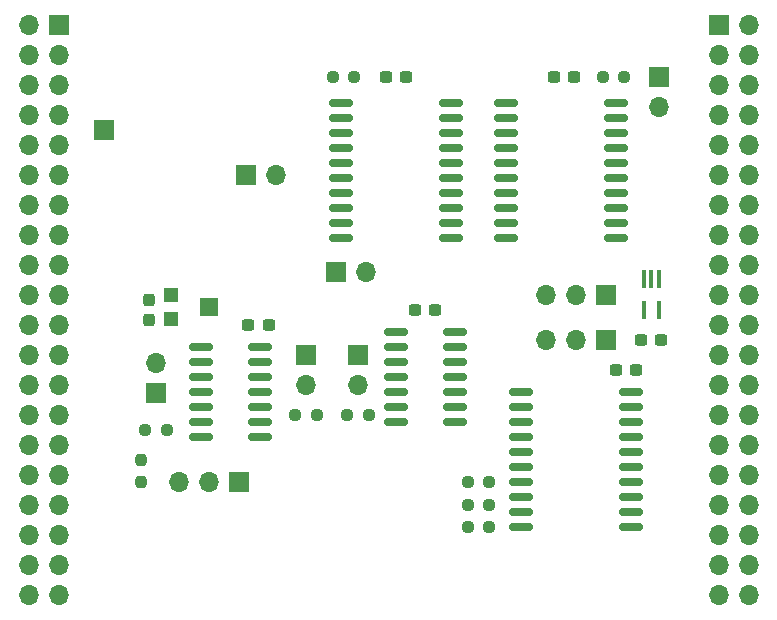
<source format=gbr>
%TF.GenerationSoftware,KiCad,Pcbnew,8.0.6-8.0.6-0~ubuntu24.04.1*%
%TF.CreationDate,2024-10-23T09:06:02-07:00*%
%TF.ProjectId,z80_sampler,7a38305f-7361-46d7-906c-65722e6b6963,1.0*%
%TF.SameCoordinates,Original*%
%TF.FileFunction,Soldermask,Top*%
%TF.FilePolarity,Negative*%
%FSLAX46Y46*%
G04 Gerber Fmt 4.6, Leading zero omitted, Abs format (unit mm)*
G04 Created by KiCad (PCBNEW 8.0.6-8.0.6-0~ubuntu24.04.1) date 2024-10-23 09:06:02*
%MOMM*%
%LPD*%
G01*
G04 APERTURE LIST*
G04 Aperture macros list*
%AMRoundRect*
0 Rectangle with rounded corners*
0 $1 Rounding radius*
0 $2 $3 $4 $5 $6 $7 $8 $9 X,Y pos of 4 corners*
0 Add a 4 corners polygon primitive as box body*
4,1,4,$2,$3,$4,$5,$6,$7,$8,$9,$2,$3,0*
0 Add four circle primitives for the rounded corners*
1,1,$1+$1,$2,$3*
1,1,$1+$1,$4,$5*
1,1,$1+$1,$6,$7*
1,1,$1+$1,$8,$9*
0 Add four rect primitives between the rounded corners*
20,1,$1+$1,$2,$3,$4,$5,0*
20,1,$1+$1,$4,$5,$6,$7,0*
20,1,$1+$1,$6,$7,$8,$9,0*
20,1,$1+$1,$8,$9,$2,$3,0*%
G04 Aperture macros list end*
%ADD10RoundRect,0.237500X0.250000X0.237500X-0.250000X0.237500X-0.250000X-0.237500X0.250000X-0.237500X0*%
%ADD11RoundRect,0.237500X-0.250000X-0.237500X0.250000X-0.237500X0.250000X0.237500X-0.250000X0.237500X0*%
%ADD12R,1.700000X1.700000*%
%ADD13O,1.700000X1.700000*%
%ADD14RoundRect,0.150000X-0.875000X-0.150000X0.875000X-0.150000X0.875000X0.150000X-0.875000X0.150000X0*%
%ADD15RoundRect,0.237500X0.300000X0.237500X-0.300000X0.237500X-0.300000X-0.237500X0.300000X-0.237500X0*%
%ADD16R,1.200000X1.200000*%
%ADD17R,1.500000X1.600000*%
%ADD18RoundRect,0.100000X-0.100000X0.650000X-0.100000X-0.650000X0.100000X-0.650000X0.100000X0.650000X0*%
%ADD19RoundRect,0.237500X0.237500X-0.250000X0.237500X0.250000X-0.237500X0.250000X-0.237500X-0.250000X0*%
%ADD20RoundRect,0.150000X-0.825000X-0.150000X0.825000X-0.150000X0.825000X0.150000X-0.825000X0.150000X0*%
%ADD21RoundRect,0.237500X-0.237500X0.300000X-0.237500X-0.300000X0.237500X-0.300000X0.237500X0.300000X0*%
G04 APERTURE END LIST*
D10*
%TO.C,R8*%
X70762500Y-24765000D03*
X68937500Y-24765000D03*
%TD*%
D11*
%TO.C,R9*%
X91797500Y-24765000D03*
X93622500Y-24765000D03*
%TD*%
D12*
%TO.C,JP8*%
X96520000Y-24760000D03*
D13*
X96520000Y-27300000D03*
%TD*%
D12*
%TO.C,CONN1*%
X45720000Y-20320000D03*
D13*
X43180000Y-20320000D03*
X45720000Y-22860000D03*
X43180000Y-22860000D03*
X45720000Y-25400000D03*
X43180000Y-25400000D03*
X45720000Y-27940000D03*
X43180000Y-27940000D03*
X45720000Y-30480000D03*
X43180000Y-30480000D03*
X45720000Y-33020000D03*
X43180000Y-33020000D03*
X45720000Y-35560000D03*
X43180000Y-35560000D03*
X45720000Y-38100000D03*
X43180000Y-38100000D03*
X45720000Y-40640000D03*
X43180000Y-40640000D03*
X45720000Y-43180000D03*
X43180000Y-43180000D03*
X45720000Y-45720000D03*
X43180000Y-45720000D03*
X45720000Y-48260000D03*
X43180000Y-48260000D03*
X45720000Y-50800000D03*
X43180000Y-50800000D03*
X45720000Y-53340000D03*
X43180000Y-53340000D03*
X45720000Y-55880000D03*
X43180000Y-55880000D03*
X45720000Y-58420000D03*
X43180000Y-58420000D03*
X45720000Y-60960000D03*
X43180000Y-60960000D03*
X45720000Y-63500000D03*
X43180000Y-63500000D03*
X45720000Y-66040000D03*
X43180000Y-66040000D03*
X45720000Y-68580000D03*
X43180000Y-68580000D03*
%TD*%
D12*
%TO.C,JP2*%
X92075000Y-43180000D03*
D13*
X89535000Y-43180000D03*
X86995000Y-43180000D03*
%TD*%
D14*
%TO.C,U6*%
X69645000Y-26965000D03*
X69645000Y-28235000D03*
X69645000Y-29505000D03*
X69645000Y-30775000D03*
X69645000Y-32045000D03*
X69645000Y-33315000D03*
X69645000Y-34585000D03*
X69645000Y-35855000D03*
X69645000Y-37125000D03*
X69645000Y-38395000D03*
X78945000Y-38395000D03*
X78945000Y-37125000D03*
X78945000Y-35855000D03*
X78945000Y-34585000D03*
X78945000Y-33315000D03*
X78945000Y-32045000D03*
X78945000Y-30775000D03*
X78945000Y-29505000D03*
X78945000Y-28235000D03*
X78945000Y-26965000D03*
%TD*%
D12*
%TO.C,JP5*%
X66675000Y-48260000D03*
D13*
X66675000Y-50800000D03*
%TD*%
D10*
%TO.C,R4*%
X82192500Y-59055000D03*
X80367500Y-59055000D03*
%TD*%
D15*
%TO.C,C3*%
X89355000Y-24765000D03*
X87630000Y-24765000D03*
%TD*%
D10*
%TO.C,R2*%
X82192500Y-62865000D03*
X80367500Y-62865000D03*
%TD*%
D15*
%TO.C,C6*%
X77632500Y-44450000D03*
X75907500Y-44450000D03*
%TD*%
D14*
%TO.C,U2*%
X84885000Y-51435000D03*
X84885000Y-52705000D03*
X84885000Y-53975000D03*
X84885000Y-55245000D03*
X84885000Y-56515000D03*
X84885000Y-57785000D03*
X84885000Y-59055000D03*
X84885000Y-60325000D03*
X84885000Y-61595000D03*
X84885000Y-62865000D03*
X94185000Y-62865000D03*
X94185000Y-61595000D03*
X94185000Y-60325000D03*
X94185000Y-59055000D03*
X94185000Y-57785000D03*
X94185000Y-56515000D03*
X94185000Y-55245000D03*
X94185000Y-53975000D03*
X94185000Y-52705000D03*
X94185000Y-51435000D03*
%TD*%
D12*
%TO.C,JP1*%
X53975000Y-51440000D03*
D13*
X53975000Y-48900000D03*
%TD*%
D12*
%TO.C,JP3*%
X92060000Y-46990000D03*
D13*
X89520000Y-46990000D03*
X86980000Y-46990000D03*
%TD*%
D16*
%TO.C,RV1*%
X55245000Y-43180000D03*
D17*
X58495000Y-44180000D03*
D16*
X55245000Y-45180000D03*
%TD*%
D12*
%TO.C,JP7*%
X61590000Y-33020000D03*
D13*
X64130000Y-33020000D03*
%TD*%
D15*
%TO.C,C4*%
X94615000Y-49530000D03*
X92890000Y-49530000D03*
%TD*%
D12*
%TO.C,CONN2*%
X101600000Y-20340000D03*
D13*
X104140000Y-20340000D03*
X101600000Y-22880000D03*
X104140000Y-22880000D03*
X101600000Y-25420000D03*
X104140000Y-25420000D03*
X101600000Y-27960000D03*
X104140000Y-27960000D03*
X101600000Y-30500000D03*
X104140000Y-30500000D03*
X101600000Y-33040000D03*
X104140000Y-33040000D03*
X101600000Y-35580000D03*
X104140000Y-35580000D03*
X101600000Y-38120000D03*
X104140000Y-38120000D03*
X101600000Y-40660000D03*
X104140000Y-40660000D03*
X101600000Y-43200000D03*
X104140000Y-43200000D03*
X101600000Y-45740000D03*
X104140000Y-45740000D03*
X101600000Y-48280000D03*
X104140000Y-48280000D03*
X101600000Y-50820000D03*
X104140000Y-50820000D03*
X101600000Y-53360000D03*
X104140000Y-53360000D03*
X101600000Y-55900000D03*
X104140000Y-55900000D03*
X101600000Y-58440000D03*
X104140000Y-58440000D03*
X101600000Y-60980000D03*
X104140000Y-60980000D03*
X101600000Y-63520000D03*
X104140000Y-63520000D03*
X101600000Y-66060000D03*
X104140000Y-66060000D03*
X101600000Y-68600000D03*
X104140000Y-68600000D03*
%TD*%
D11*
%TO.C,R5*%
X70142500Y-53340000D03*
X71967500Y-53340000D03*
%TD*%
D12*
%TO.C,JP6*%
X69215000Y-41275000D03*
D13*
X71755000Y-41275000D03*
%TD*%
D18*
%TO.C,U1*%
X96550000Y-41790000D03*
X95900000Y-41790000D03*
X95250000Y-41790000D03*
X95250000Y-44450000D03*
X96550000Y-44450000D03*
%TD*%
D15*
%TO.C,C5*%
X63500000Y-45720000D03*
X61775000Y-45720000D03*
%TD*%
D12*
%TO.C,JP4*%
X71055000Y-48255000D03*
D13*
X71055000Y-50795000D03*
%TD*%
D11*
%TO.C,R6*%
X65762500Y-53340000D03*
X67587500Y-53340000D03*
%TD*%
D14*
%TO.C,U7*%
X83615000Y-26965000D03*
X83615000Y-28235000D03*
X83615000Y-29505000D03*
X83615000Y-30775000D03*
X83615000Y-32045000D03*
X83615000Y-33315000D03*
X83615000Y-34585000D03*
X83615000Y-35855000D03*
X83615000Y-37125000D03*
X83615000Y-38395000D03*
X92915000Y-38395000D03*
X92915000Y-37125000D03*
X92915000Y-35855000D03*
X92915000Y-34585000D03*
X92915000Y-33315000D03*
X92915000Y-32045000D03*
X92915000Y-30775000D03*
X92915000Y-29505000D03*
X92915000Y-28235000D03*
X92915000Y-26965000D03*
%TD*%
D12*
%TO.C,TP1*%
X49530000Y-29210000D03*
%TD*%
D15*
%TO.C,C7*%
X96747500Y-46990000D03*
X95022500Y-46990000D03*
%TD*%
D19*
%TO.C,R7*%
X52705000Y-58975000D03*
X52705000Y-57150000D03*
%TD*%
D10*
%TO.C,R3*%
X82192500Y-60960000D03*
X80367500Y-60960000D03*
%TD*%
D20*
%TO.C,U3*%
X74295000Y-46355000D03*
X74295000Y-47625000D03*
X74295000Y-48895000D03*
X74295000Y-50165000D03*
X74295000Y-51435000D03*
X74295000Y-52705000D03*
X74295000Y-53975000D03*
X79245000Y-53975000D03*
X79245000Y-52705000D03*
X79245000Y-51435000D03*
X79245000Y-50165000D03*
X79245000Y-48895000D03*
X79245000Y-47625000D03*
X79245000Y-46355000D03*
%TD*%
%TO.C,U4*%
X57785000Y-47625000D03*
X57785000Y-48895000D03*
X57785000Y-50165000D03*
X57785000Y-51435000D03*
X57785000Y-52705000D03*
X57785000Y-53975000D03*
X57785000Y-55245000D03*
X62735000Y-55245000D03*
X62735000Y-53975000D03*
X62735000Y-52705000D03*
X62735000Y-51435000D03*
X62735000Y-50165000D03*
X62735000Y-48895000D03*
X62735000Y-47625000D03*
%TD*%
D12*
%TO.C,JP9*%
X60960000Y-59055000D03*
D13*
X58420000Y-59055000D03*
X55880000Y-59055000D03*
%TD*%
D11*
%TO.C,R1*%
X53062500Y-54610000D03*
X54887500Y-54610000D03*
%TD*%
D15*
%TO.C,C2*%
X75157500Y-24765000D03*
X73432500Y-24765000D03*
%TD*%
D21*
%TO.C,C1*%
X53340000Y-43587500D03*
X53340000Y-45312500D03*
%TD*%
M02*

</source>
